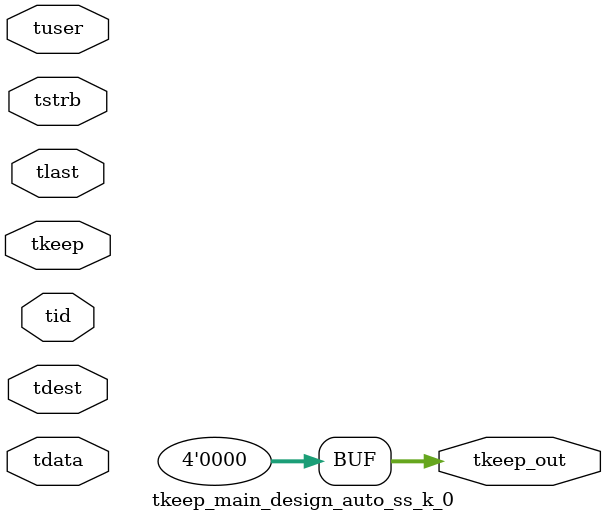
<source format=v>


`timescale 1ps/1ps

module tkeep_main_design_auto_ss_k_0 #
(
parameter C_S_AXIS_TDATA_WIDTH = 32,
parameter C_S_AXIS_TUSER_WIDTH = 0,
parameter C_S_AXIS_TID_WIDTH   = 0,
parameter C_S_AXIS_TDEST_WIDTH = 0,
parameter C_M_AXIS_TDATA_WIDTH = 32
)
(
input  [(C_S_AXIS_TDATA_WIDTH == 0 ? 1 : C_S_AXIS_TDATA_WIDTH)-1:0     ] tdata,
input  [(C_S_AXIS_TUSER_WIDTH == 0 ? 1 : C_S_AXIS_TUSER_WIDTH)-1:0     ] tuser,
input  [(C_S_AXIS_TID_WIDTH   == 0 ? 1 : C_S_AXIS_TID_WIDTH)-1:0       ] tid,
input  [(C_S_AXIS_TDEST_WIDTH == 0 ? 1 : C_S_AXIS_TDEST_WIDTH)-1:0     ] tdest,
input  [(C_S_AXIS_TDATA_WIDTH/8)-1:0 ] tkeep,
input  [(C_S_AXIS_TDATA_WIDTH/8)-1:0 ] tstrb,
input                                                                    tlast,
output [(C_M_AXIS_TDATA_WIDTH/8)-1:0 ] tkeep_out
);

assign tkeep_out = {1'b0};

endmodule


</source>
